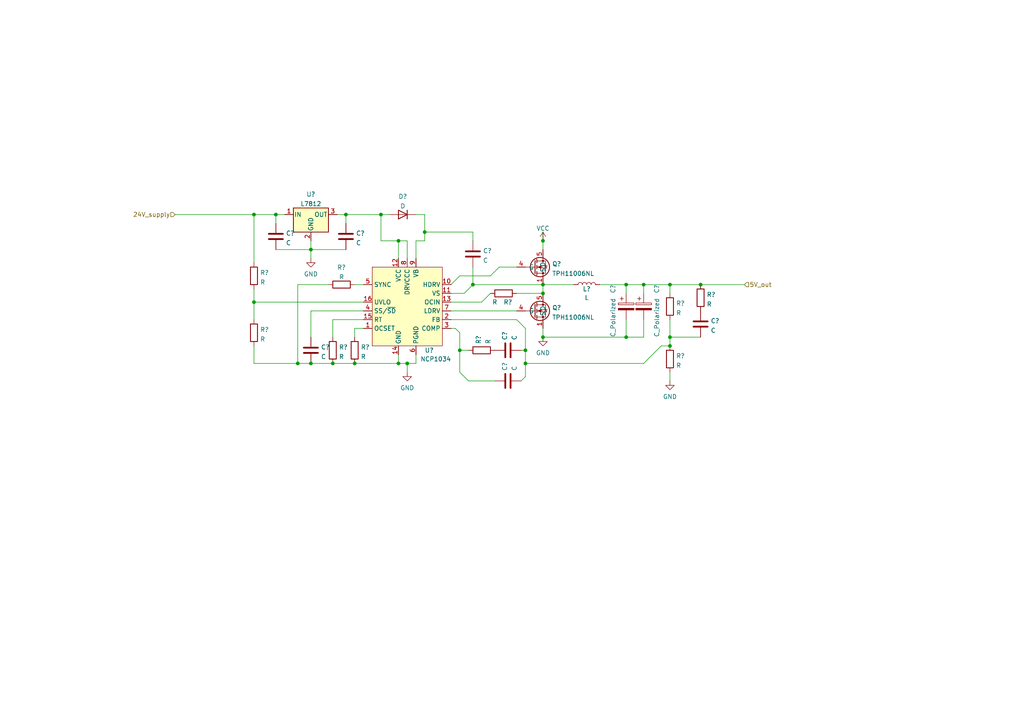
<source format=kicad_sch>
(kicad_sch (version 20211123) (generator eeschema)
  (paper "A4")
  (lib_symbols
    (symbol "Device:C" (pin_numbers hide) (pin_names (offset 0.254))
      (property "Reference" "C" (at 0.635 2.54 0))
      (property "Value" "C" (at 0.635 -2.54 0))
      (symbol "C_0_1"
        (polyline (pts (xy -2.032 -0.762) (xy 2.032 -0.762)) (stroke (width 0.508)))
        (polyline (pts (xy -2.032 0.762) (xy 2.032 0.762)) (stroke (width 0.508)))
      )
      (symbol "C_1_1"
        (pin passive line (at 0 3.81 270) (length 2.794) (name "~") (number "1"))
        (pin passive line (at 0 -3.81 90) (length 2.794) (name "~") (number "2"))
      )
    )
    (symbol "Device:C_Polarized" (pin_numbers hide) (pin_names (offset 0.254))
      (property "Reference" "C" (at 0.635 2.54 0))
      (property "Value" "C_Polarized" (at 0.635 -2.54 0))
      (symbol "C_Polarized_0_1"
        (rectangle (start -2.286 0.508) (end 2.286 1.016))
        (polyline (pts (xy -1.778 2.286) (xy -0.762 2.286)))
        (polyline (pts (xy -1.27 2.794) (xy -1.27 1.778)))
        (rectangle (start 2.286 -0.508) (end -2.286 -1.016) (fill (type outline)))
      )
      (symbol "C_Polarized_1_1"
        (pin passive line (at 0 3.81 270) (length 2.794) (name "~") (number "1"))
        (pin passive line (at 0 -3.81 90) (length 2.794) (name "~") (number "2"))
      )
    )
    (symbol "Device:D" (pin_numbers hide) (pin_names (offset 1.016) hide)
      (property "Reference" "D" (at 0 2.54 0))
      (property "Value" "D" (at 0 -2.54 0))
      (symbol "D_0_1"
        (polyline (pts (xy -1.27 1.27) (xy -1.27 -1.27)) (stroke (width 0.254)))
        (polyline (pts (xy 1.27 0) (xy -1.27 0)))
        (polyline (pts (xy 1.27 1.27) (xy 1.27 -1.27) (xy -1.27 0) (xy 1.27 1.27)) (stroke (width 0.254)))
      )
      (symbol "D_1_1"
        (pin passive line (at -3.81 0 0) (length 2.54) (name "K") (number "1"))
        (pin passive line (at 3.81 0 180) (length 2.54) (name "A") (number "2"))
      )
    )
    (symbol "Device:L" (pin_numbers hide) (pin_names (offset 1.016) hide)
      (property "Reference" "L" (at -1.27 0 90))
      (property "Value" "L" (at 1.905 0 90))
      (symbol "L_0_1"
        (arc (start 0 -2.54) (mid 0.635 -1.905) (end 0 -1.27))
        (arc (start 0 -1.27) (mid 0.635 -0.635) (end 0 0))
        (arc (start 0 0) (mid 0.635 0.635) (end 0 1.27))
        (arc (start 0 1.27) (mid 0.635 1.905) (end 0 2.54))
      )
      (symbol "L_1_1"
        (pin passive line (at 0 3.81 270) (length 1.27) (name "1") (number "1"))
        (pin passive line (at 0 -3.81 90) (length 1.27) (name "2") (number "2"))
      )
    )
    (symbol "Device:R" (pin_numbers hide) (pin_names (offset 0))
      (property "Reference" "R" (at 2.032 0 90))
      (property "Value" "R" (at 0 0 90))
      (symbol "R_0_1"
        (rectangle (start -1.016 -2.54) (end 1.016 2.54) (stroke (width 0.254)))
      )
      (symbol "R_1_1"
        (pin passive line (at 0 3.81 270) (length 1.27) (name "~") (number "1"))
        (pin passive line (at 0 -3.81 90) (length 1.27) (name "~") (number "2"))
      )
    )
    (symbol "Regulator_Linear:L7812" (pin_names (offset 0.254))
      (property "Reference" "U" (at -3.81 3.175 0))
      (property "Value" "L7812" (at 0 3.175 0))
      (symbol "L7812_0_1"
        (rectangle (start -5.08 1.905) (end 5.08 -5.08) (stroke (width 0.254)) (fill (type background)))
      )
      (symbol "L7812_1_1"
        (pin power_in line (at -7.62 0 0) (length 2.54) (name "IN") (number "1"))
        (pin power_in line (at 0 -7.62 90) (length 2.54) (name "GND") (number "2"))
        (pin power_out line (at 7.62 0 180) (length 2.54) (name "OUT") (number "3"))
      )
    )
    (symbol "Regulator_Switching_additional:NCP1034"
      (property "Reference" "U" (at 0 0 0))
      (property "Value" "NCP1034" (at 0 0 0))
      (symbol "NCP1034_0_1"
        (rectangle (start -10.16 13.97) (end 10.16 -8.89) (stroke (width 0.1524)) (fill (type background)))
      )
      (symbol "NCP1034_1_1"
        (pin input line (at -12.7 -3.81 0) (length 2.54) (name "OCSET") (number "1"))
        (pin output line (at 12.7 8.89 180) (length 2.54) (name "HDRV") (number "10"))
        (pin power_in line (at 12.7 6.35 180) (length 2.54) (name "VS") (number "11"))
        (pin power_in line (at -2.54 16.51 270) (length 2.54) (name "VCC") (number "12"))
        (pin input line (at 12.7 3.81 180) (length 2.54) (name "OCIN") (number "13"))
        (pin power_in line (at -2.54 -11.43 90) (length 2.54) (name "GND") (number "14"))
        (pin input line (at -12.7 -1.27 0) (length 2.54) (name "RT") (number "15"))
        (pin input line (at -12.7 3.81 0) (length 2.54) (name "UVLO") (number "16"))
        (pin input line (at 12.7 -1.27 180) (length 2.54) (name "FB") (number "2"))
        (pin input line (at 12.7 -3.81 180) (length 2.54) (name "COMP") (number "3"))
        (pin input line (at -12.7 1.27 0) (length 2.54) (name "SS/~{SD}") (number "4"))
        (pin bidirectional line (at -12.7 8.89 0) (length 2.54) (name "SYNC") (number "5"))
        (pin power_in line (at 2.54 -11.43 90) (length 2.54) (name "PGND") (number "6"))
        (pin output line (at 12.7 1.27 180) (length 2.54) (name "LDRV") (number "7"))
        (pin power_in line (at 0 16.51 270) (length 2.54) (name "DRVCCC") (number "8"))
        (pin power_in line (at 2.54 16.51 270) (length 2.54) (name "VB") (number "9"))
      )
    )
    (symbol "Transistor_FET_additional:TPH11006NL" (pin_names (offset 1.016))
      (property "Reference" "Q" (at 10.16 2.54 0))
      (property "Value" "TPH11006NL" (at 10.16 0 0))
      (symbol "TPH11006NL_1_1"
        (circle (center -0.889 0) (radius 2.794) (stroke (width 0.254)))
        (circle (center 0 -1.778) (radius 0.254) (fill (type outline)))
        (polyline (pts (xy -2.286 0) (xy -5.08 0)))
        (polyline (pts (xy -2.286 1.905) (xy -2.286 -1.905)) (stroke (width 0.254)))
        (polyline (pts (xy -1.778 -1.27) (xy -1.778 -2.286)) (stroke (width 0.254)))
        (polyline (pts (xy -1.778 0.508) (xy -1.778 -0.508)) (stroke (width 0.254)))
        (polyline (pts (xy -1.778 2.286) (xy -1.778 1.27)) (stroke (width 0.254)))
        (polyline (pts (xy 0 2.54) (xy 0 1.778)))
        (polyline (pts (xy 0 -2.54) (xy 0 0) (xy -1.778 0)))
        (polyline (pts (xy -1.778 -1.778) (xy 0.762 -1.778) (xy 0.762 1.778) (xy -1.778 1.778)))
        (polyline (pts (xy -1.524 0) (xy -0.508 0.381) (xy -0.508 -0.381) (xy -1.524 0)) (fill (type outline)))
        (polyline (pts (xy 0.254 0.508) (xy 0.381 0.381) (xy 1.143 0.381) (xy 1.27 0.254)))
        (polyline (pts (xy 0.762 0.381) (xy 0.381 -0.254) (xy 1.143 -0.254) (xy 0.762 0.381)))
        (circle (center 0 1.778) (radius 0.254) (fill (type outline)))
        (pin passive line (at 0 -5.08 90) (length 2.54) (name "S") (number "1"))
        (pin passive line (at 0 -5.08 90) (length 2.54) hide (name "S") (number "2"))
        (pin passive line (at 0 -5.08 90) (length 2.54) hide (name "S") (number "3"))
        (pin input line (at -7.62 0 0) (length 2.54) (name "G") (number "4"))
        (pin passive line (at 0 5.08 270) (length 2.54) (name "D") (number "5"))
        (pin passive line (at 0 5.08 270) (length 2.54) hide (name "D") (number "6"))
        (pin passive line (at 0 5.08 270) (length 2.54) hide (name "D") (number "7"))
        (pin passive line (at 0 5.08 270) (length 2.54) hide (name "D") (number "8"))
      )
    )
    (symbol "power:GND" (power) (pin_names (offset 0))
      (property "Value" "GND" (at 0 -3.81 0))
      (symbol "GND_0_1"
        (polyline (pts (xy 0 0) (xy 0 -1.27) (xy 1.27 -1.27) (xy 0 -2.54) (xy -1.27 -1.27) (xy 0 -1.27)))
      )
      (symbol "GND_1_1"
        (pin power_in line (at 0 0 270) (length 0) hide (name "GND") (number "1"))
      )
    )
    (symbol "power:VCC" (power) (pin_names (offset 0))
      (property "Value" "VCC" (at 0 3.81 0))
      (symbol "VCC_0_1"
        (polyline (pts (xy -0.762 1.27) (xy 0 2.54)))
        (polyline (pts (xy 0 0) (xy 0 2.54)))
        (polyline (pts (xy 0 2.54) (xy 0.762 1.27)))
      )
      (symbol "VCC_1_1"
        (pin power_in line (at 0 0 90) (length 0) hide (name "VCC") (number "1"))
      )
    )
  )
  (junction (at 73.66 87.63))
  (junction (at 80.01 62.23))
  (junction (at 152.4 101.6))
  (junction (at 157.48 97.79))
  (junction (at 73.66 62.23))
  (junction (at 115.57 105.41))
  (junction (at 203.2 82.55))
  (junction (at 90.17 105.41))
  (junction (at 110.49 62.23))
  (junction (at 194.31 100.33))
  (junction (at 194.31 82.55))
  (junction (at 86.36 105.41))
  (junction (at 157.48 82.55))
  (junction (at 90.17 72.39))
  (junction (at 118.11 105.41))
  (junction (at 115.57 69.85))
  (junction (at 157.48 85.09))
  (junction (at 152.4 105.41))
  (junction (at 181.61 82.55))
  (junction (at 96.52 105.41))
  (junction (at 133.35 101.6))
  (junction (at 157.48 69.85))
  (junction (at 181.61 97.79))
  (junction (at 100.33 62.23))
  (junction (at 186.69 82.55))
  (junction (at 123.19 67.31))
  (junction (at 194.31 97.79))
  (junction (at 102.87 105.41))
  (junction (at 137.16 82.55))
  (wire (pts (xy 157.48 95.25) (xy 157.48 97.79)))
  (wire (pts (xy 152.4 105.41) (xy 152.4 109.22)))
  (wire (pts (xy 95.25 82.55) (xy 86.36 82.55)))
  (wire (pts (xy 120.65 102.87) (xy 120.65 105.41)))
  (wire (pts (xy 100.33 62.23) (xy 110.49 62.23)))
  (wire (pts (xy 73.66 100.33) (xy 73.66 105.41)))
  (wire (pts (xy 149.86 92.71) (xy 152.4 95.25)))
  (wire (pts (xy 90.17 90.17) (xy 90.17 97.79)))
  (wire (pts (xy 80.01 62.23) (xy 82.55 62.23)))
  (wire (pts (xy 130.81 95.25) (xy 132.08 95.25)))
  (wire (pts (xy 120.65 69.85) (xy 120.65 74.93)))
  (wire (pts (xy 194.31 100.33) (xy 191.77 100.33)))
  (wire (pts (xy 144.78 77.47) (xy 149.86 77.47)))
  (wire (pts (xy 115.57 69.85) (xy 118.11 69.85)))
  (wire (pts (xy 173.99 82.55) (xy 181.61 82.55)))
  (wire (pts (xy 90.17 69.85) (xy 90.17 72.39)))
  (wire (pts (xy 73.66 105.41) (xy 86.36 105.41)))
  (wire (pts (xy 123.19 69.85) (xy 120.65 69.85)))
  (wire (pts (xy 132.08 95.25) (xy 133.35 96.52)))
  (wire (pts (xy 102.87 105.41) (xy 115.57 105.41)))
  (wire (pts (xy 73.66 62.23) (xy 80.01 62.23)))
  (wire (pts (xy 130.81 90.17) (xy 149.86 90.17)))
  (wire (pts (xy 118.11 105.41) (xy 118.11 107.95)))
  (wire (pts (xy 157.48 82.55) (xy 157.48 85.09)))
  (wire (pts (xy 181.61 82.55) (xy 181.61 85.09)))
  (wire (pts (xy 73.66 87.63) (xy 105.41 87.63)))
  (wire (pts (xy 80.01 72.39) (xy 90.17 72.39)))
  (wire (pts (xy 110.49 69.85) (xy 115.57 69.85)))
  (wire (pts (xy 123.19 67.31) (xy 137.16 67.31)))
  (wire (pts (xy 194.31 92.71) (xy 194.31 97.79)))
  (wire (pts (xy 115.57 105.41) (xy 115.57 102.87)))
  (wire (pts (xy 194.31 85.09) (xy 194.31 82.55)))
  (wire (pts (xy 181.61 97.79) (xy 186.69 97.79)))
  (wire (pts (xy 130.81 87.63) (xy 139.7 87.63)))
  (wire (pts (xy 73.66 83.82) (xy 73.66 87.63)))
  (wire (pts (xy 96.52 92.71) (xy 96.52 97.79)))
  (wire (pts (xy 194.31 107.95) (xy 194.31 110.49)))
  (wire (pts (xy 123.19 62.23) (xy 123.19 67.31)))
  (wire (pts (xy 102.87 95.25) (xy 102.87 97.79)))
  (wire (pts (xy 137.16 67.31) (xy 137.16 69.85)))
  (wire (pts (xy 135.89 110.49) (xy 143.51 110.49)))
  (wire (pts (xy 105.41 92.71) (xy 96.52 92.71)))
  (wire (pts (xy 130.81 85.09) (xy 134.62 85.09)))
  (wire (pts (xy 123.19 67.31) (xy 123.19 69.85)))
  (wire (pts (xy 118.11 69.85) (xy 118.11 74.93)))
  (wire (pts (xy 152.4 109.22) (xy 151.13 110.49)))
  (wire (pts (xy 152.4 101.6) (xy 152.4 105.41)))
  (wire (pts (xy 118.11 105.41) (xy 115.57 105.41)))
  (wire (pts (xy 73.66 87.63) (xy 73.66 92.71)))
  (wire (pts (xy 157.48 67.31) (xy 157.48 69.85)))
  (wire (pts (xy 110.49 62.23) (xy 110.49 69.85)))
  (wire (pts (xy 151.13 101.6) (xy 152.4 101.6)))
  (wire (pts (xy 191.77 100.33) (xy 186.69 105.41)))
  (wire (pts (xy 50.8 62.23) (xy 73.66 62.23)))
  (wire (pts (xy 142.24 80.01) (xy 144.78 77.47)))
  (wire (pts (xy 80.01 64.77) (xy 80.01 62.23)))
  (wire (pts (xy 134.62 85.09) (xy 137.16 82.55)))
  (wire (pts (xy 133.35 80.01) (xy 142.24 80.01)))
  (wire (pts (xy 105.41 95.25) (xy 102.87 95.25)))
  (wire (pts (xy 152.4 95.25) (xy 152.4 101.6)))
  (wire (pts (xy 86.36 105.41) (xy 90.17 105.41)))
  (wire (pts (xy 181.61 92.71) (xy 181.61 97.79)))
  (wire (pts (xy 186.69 92.71) (xy 186.69 97.79)))
  (wire (pts (xy 157.48 69.85) (xy 157.48 72.39)))
  (wire (pts (xy 130.81 92.71) (xy 149.86 92.71)))
  (wire (pts (xy 194.31 82.55) (xy 203.2 82.55)))
  (wire (pts (xy 137.16 77.47) (xy 137.16 82.55)))
  (wire (pts (xy 73.66 76.2) (xy 73.66 62.23)))
  (wire (pts (xy 90.17 72.39) (xy 100.33 72.39)))
  (wire (pts (xy 194.31 97.79) (xy 203.2 97.79)))
  (wire (pts (xy 181.61 82.55) (xy 186.69 82.55)))
  (wire (pts (xy 90.17 72.39) (xy 90.17 74.93)))
  (wire (pts (xy 152.4 105.41) (xy 186.69 105.41)))
  (wire (pts (xy 86.36 82.55) (xy 86.36 105.41)))
  (wire (pts (xy 100.33 62.23) (xy 100.33 64.77)))
  (wire (pts (xy 149.86 85.09) (xy 157.48 85.09)))
  (wire (pts (xy 181.61 97.79) (xy 157.48 97.79)))
  (wire (pts (xy 133.35 96.52) (xy 133.35 101.6)))
  (wire (pts (xy 123.19 62.23) (xy 120.65 62.23)))
  (wire (pts (xy 102.87 82.55) (xy 105.41 82.55)))
  (wire (pts (xy 105.41 90.17) (xy 90.17 90.17)))
  (wire (pts (xy 96.52 105.41) (xy 102.87 105.41)))
  (wire (pts (xy 186.69 82.55) (xy 194.31 82.55)))
  (wire (pts (xy 130.81 82.55) (xy 133.35 80.01)))
  (wire (pts (xy 115.57 69.85) (xy 115.57 74.93)))
  (wire (pts (xy 133.35 101.6) (xy 133.35 107.95)))
  (wire (pts (xy 90.17 105.41) (xy 96.52 105.41)))
  (wire (pts (xy 120.65 105.41) (xy 118.11 105.41)))
  (wire (pts (xy 215.9 82.55) (xy 203.2 82.55)))
  (wire (pts (xy 186.69 82.55) (xy 186.69 85.09)))
  (wire (pts (xy 97.79 62.23) (xy 100.33 62.23)))
  (wire (pts (xy 135.89 101.6) (xy 133.35 101.6)))
  (wire (pts (xy 137.16 82.55) (xy 157.48 82.55)))
  (wire (pts (xy 139.7 87.63) (xy 142.24 85.09)))
  (wire (pts (xy 194.31 100.33) (xy 194.31 97.79)))
  (wire (pts (xy 157.48 82.55) (xy 166.37 82.55)))
  (wire (pts (xy 133.35 107.95) (xy 135.89 110.49)))
  (wire (pts (xy 110.49 62.23) (xy 113.03 62.23)))
  (hierarchical_label "5V_out" (shape input) (at 215.9 82.55 0))
  (hierarchical_label "24V_supply" (shape input) (at 50.8 62.23 180))
  (symbol (lib_id "Device:L") (at 170.18 82.55 90) (unit 1)
    (property "Reference" "L?" (at 170.18 83.82 90))
    (property "Value" "L" (at 170.18 86.36 90))
  )
  (symbol (lib_id "Device:C_Polarized") (at 186.69 88.9 0) (unit 1)
    (property "Reference" "C?" (at 190.5 85.09 90) (effects (justify left)))
    (property "Value" "C_Polarized" (at 190.5 97.79 90) (effects (justify left)))
  )
  (symbol (lib_id "Transistor_FET_additional:TPH11006NL") (at 157.48 90.17 0) (unit 1)
    (property "Reference" "Q?" (at 160.147 89.2615 0) (effects (justify left)))
    (property "Value" "TPH11006NL" (at 160.147 92.0366 0) (effects (justify left)))
    (property "Footprint" "Package_SON_additional:Toshiba_SOP_Advance" (effects hide))
    (property "Datasheet" "https://toshiba.semicon-storage.com/info/docget.jsp?did=14168&prodName=TPH11006NL" (effects hide))
    (property "Spice_Primitive" "M" (effects hide))
    (property "Spice_Netlist_Enabled" "Y" (effects hide))
  )
  (symbol (lib_id "Device:C") (at 137.16 73.66 0) (unit 1)
    (property "Reference" "C?" (at 140.081 72.7515 0) (effects (justify left)))
    (property "Value" "C" (at 140.081 75.5266 0) (effects (justify left)))
  )
  (symbol (lib_id "Device:R") (at 99.06 82.55 90) (unit 1)
    (property "Reference" "R?" (at 99.06 77.5675 90))
    (property "Value" "R" (at 99.06 80.3426 90))
  )
  (symbol (lib_id "Regulator_Linear:L7812") (at 90.17 62.23 0) (unit 1)
    (property "Reference" "U?" (at 90.17 56.3585 0))
    (property "Value" "L7812" (at 90.17 59.1336 0))
    (property "Datasheet" "http://www.st.com/content/ccc/resource/technical/document/datasheet/41/4f/b3/b0/12/d4/47/88/CD00000444.pdf/files/CD00000444.pdf/jcr:content/translations/en.CD00000444.pdf" (effects hide))
  )
  (symbol (lib_id "power:GND") (at 194.31 110.49 0) (unit 1)
    (property "Reference" "#PWR?" (effects hide))
    (property "Value" "GND" (at 194.31 115.0525 0))
  )
  (symbol (lib_id "Transistor_FET_additional:TPH11006NL") (at 157.48 77.47 0) (unit 1)
    (property "Reference" "Q?" (at 160.147 76.5615 0) (effects (justify left)))
    (property "Value" "TPH11006NL" (at 160.147 79.3366 0) (effects (justify left)))
    (property "Footprint" "Package_SON_additional:Toshiba_SOP_Advance" (effects hide))
    (property "Datasheet" "https://toshiba.semicon-storage.com/info/docget.jsp?did=14168&prodName=TPH11006NL" (effects hide))
    (property "Spice_Primitive" "M" (effects hide))
    (property "Spice_Netlist_Enabled" "Y" (effects hide))
  )
  (symbol (lib_id "power:GND") (at 90.17 74.93 0) (unit 1)
    (property "Reference" "#PWR?" (effects hide))
    (property "Value" "GND" (at 90.17 79.4925 0))
  )
  (symbol (lib_id "Device:D") (at 116.84 62.23 180) (unit 1)
    (property "Reference" "D?" (at 116.84 56.9935 0))
    (property "Value" "D" (at 116.84 59.7686 0))
  )
  (symbol (lib_id "Device:R") (at 102.87 101.6 180) (unit 1)
    (property "Reference" "R?" (at 104.648 100.6915 0) (effects (justify right)))
    (property "Value" "R" (at 104.648 103.4666 0) (effects (justify right)))
  )
  (symbol (lib_id "Device:C") (at 147.32 110.49 90) (unit 1)
    (property "Reference" "C?" (at 146.4115 107.569 0) (effects (justify left)))
    (property "Value" "C" (at 149.1866 107.569 0) (effects (justify left)))
  )
  (symbol (lib_id "power:GND") (at 157.48 97.79 0) (unit 1)
    (property "Reference" "#PWR?" (effects hide))
    (property "Value" "GND" (at 157.48 102.3525 0))
  )
  (symbol (lib_id "Regulator_Switching_additional:NCP1034") (at 118.11 91.44 0) (unit 1)
    (property "Reference" "U?" (at 123.19 101.6 0) (effects (justify left)))
    (property "Value" "NCP1034" (at 121.92 104.14 0) (effects (justify left)))
    (property "Footprint" "Package_SO:SOIC-16_3.9x9.9mm_P1.27mm" (effects hide))
  )
  (symbol (lib_id "Device:C") (at 147.32 101.6 270) (unit 1)
    (property "Reference" "C?" (at 146.4115 98.679 0) (effects (justify right)))
    (property "Value" "C" (at 149.1866 98.679 0) (effects (justify right)))
  )
  (symbol (lib_id "Device:R") (at 194.31 88.9 0) (unit 1)
    (property "Reference" "R?" (at 196.088 87.9915 0) (effects (justify left)))
    (property "Value" "R" (at 196.088 90.7666 0) (effects (justify left)))
  )
  (symbol (lib_id "Device:R") (at 73.66 80.01 180) (unit 1)
    (property "Reference" "R?" (at 75.438 79.1015 0) (effects (justify right)))
    (property "Value" "R" (at 75.438 81.8766 0) (effects (justify right)))
  )
  (symbol (lib_id "power:GND") (at 118.11 107.95 0) (unit 1)
    (property "Reference" "#PWR?" (effects hide))
    (property "Value" "GND" (at 118.11 112.5125 0))
  )
  (symbol (lib_id "Device:C") (at 80.01 68.58 0) (unit 1)
    (property "Reference" "C?" (at 82.931 67.6715 0) (effects (justify left)))
    (property "Value" "C" (at 82.931 70.4466 0) (effects (justify left)))
  )
  (symbol (lib_id "Device:R") (at 203.2 86.36 0) (unit 1)
    (property "Reference" "R?" (at 204.978 85.4515 0) (effects (justify left)))
    (property "Value" "R" (at 204.978 88.2266 0) (effects (justify left)))
  )
  (symbol (lib_id "Device:R") (at 194.31 104.14 0) (unit 1)
    (property "Reference" "R?" (at 196.088 103.2315 0) (effects (justify left)))
    (property "Value" "R" (at 196.088 106.0066 0) (effects (justify left)))
  )
  (symbol (lib_id "Device:R") (at 146.05 85.09 90) (unit 1)
    (property "Reference" "R?" (at 147.32 87.63 90))
    (property "Value" "R" (at 143.51 87.63 90))
  )
  (symbol (lib_id "Device:C") (at 90.17 101.6 0) (unit 1)
    (property "Reference" "C?" (at 93.091 100.6915 0) (effects (justify left)))
    (property "Value" "C" (at 93.091 103.4666 0) (effects (justify left)))
  )
  (symbol (lib_id "Device:C_Polarized") (at 181.61 88.9 0) (unit 1)
    (property "Reference" "C?" (at 177.8 85.09 90) (effects (justify left)))
    (property "Value" "C_Polarized" (at 177.8 97.79 90) (effects (justify left)))
  )
  (symbol (lib_id "Device:C") (at 100.33 68.58 0) (unit 1)
    (property "Reference" "C?" (at 103.251 67.6715 0) (effects (justify left)))
    (property "Value" "C" (at 103.251 70.4466 0) (effects (justify left)))
  )
  (symbol (lib_id "Device:R") (at 73.66 96.52 180) (unit 1)
    (property "Reference" "R?" (at 75.438 95.6115 0) (effects (justify right)))
    (property "Value" "R" (at 75.438 98.3866 0) (effects (justify right)))
  )
  (symbol (lib_id "Device:R") (at 96.52 101.6 180) (unit 1)
    (property "Reference" "R?" (at 98.298 100.6915 0) (effects (justify right)))
    (property "Value" "R" (at 98.298 103.4666 0) (effects (justify right)))
  )
  (symbol (lib_id "power:VCC") (at 157.48 69.85 0) (unit 1)
    (property "Reference" "#PWR?" (effects hide))
    (property "Value" "VCC" (at 157.48 66.2455 0))
  )
  (symbol (lib_id "Device:R") (at 139.7 101.6 90) (unit 1)
    (property "Reference" "R?" (at 138.7915 99.822 0) (effects (justify left)))
    (property "Value" "R" (at 141.5666 99.822 0) (effects (justify left)))
  )
  (symbol (lib_id "Device:C") (at 203.2 93.98 0) (unit 1)
    (property "Reference" "C?" (at 206.121 93.0715 0) (effects (justify left)))
    (property "Value" "C" (at 206.121 95.8466 0) (effects (justify left)))
  )
)
</source>
